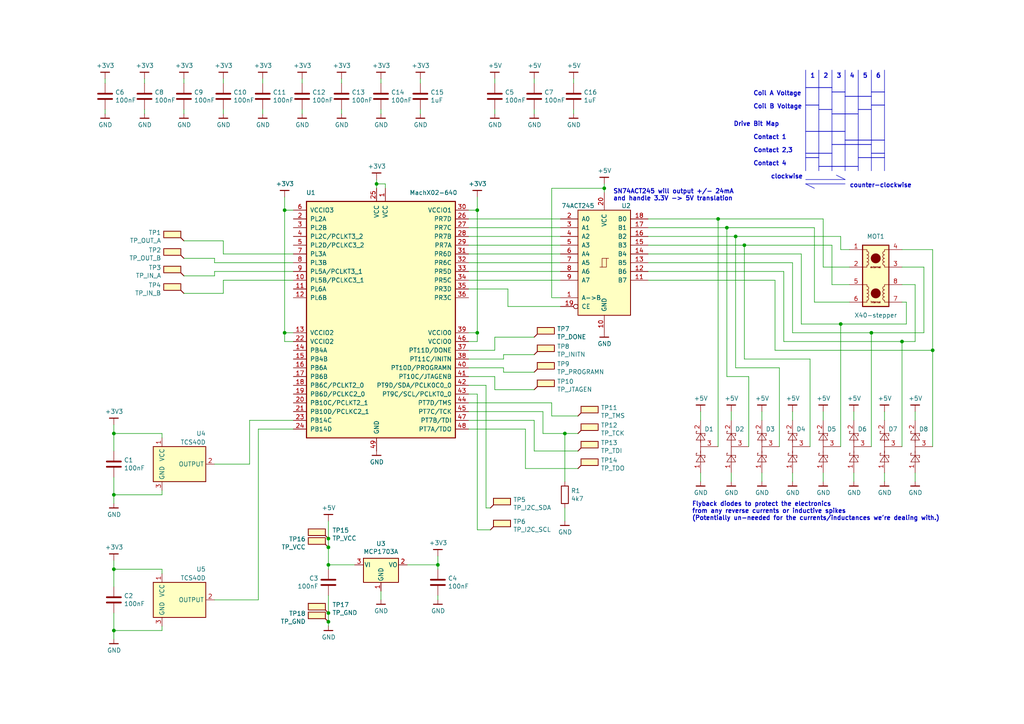
<source format=kicad_sch>
(kicad_sch (version 20230121) (generator eeschema)
  (paper "A4")
  (title_block (title "ClockClock Module") (date "2019-03-23") (rev "r0_1") (company "GsD"))
  (lib_symbols
    (symbol "74xx:74LS245" (pin_names (offset 1.016))
      (property "Reference" "U" (at -7.62 16.51 0))
      (property "Value" "74LS245" (at -7.62 -16.51 0))
      (symbol "74LS245_1_0"
        (pin input line (at -12.7 -10.16 0) (length 5.08) (name "A->B") (number "1"))
        (pin power_in line (at 0 -20.32 90) (length 5.08) (name "GND") (number "10"))
        (pin tri_state line (at 12.7 -5.08 180) (length 5.08) (name "B7") (number "11"))
        (pin tri_state line (at 12.7 -2.54 180) (length 5.08) (name "B6") (number "12"))
        (pin tri_state line (at 12.7 0 180) (length 5.08) (name "B5") (number "13"))
        (pin tri_state line (at 12.7 2.54 180) (length 5.08) (name "B4") (number "14"))
        (pin tri_state line (at 12.7 5.08 180) (length 5.08) (name "B3") (number "15"))
        (pin tri_state line (at 12.7 7.62 180) (length 5.08) (name "B2") (number "16"))
        (pin tri_state line (at 12.7 10.16 180) (length 5.08) (name "B1") (number "17"))
        (pin tri_state line (at 12.7 12.7 180) (length 5.08) (name "B0") (number "18"))
        (pin input inverted (at -12.7 -12.7 0) (length 5.08) (name "CE") (number "19"))
        (pin tri_state line (at -12.7 12.7 0) (length 5.08) (name "A0") (number "2"))
        (pin power_in line (at 0 20.32 270) (length 5.08) (name "VCC") (number "20"))
        (pin tri_state line (at -12.7 10.16 0) (length 5.08) (name "A1") (number "3"))
        (pin tri_state line (at -12.7 7.62 0) (length 5.08) (name "A2") (number "4"))
        (pin tri_state line (at -12.7 5.08 0) (length 5.08) (name "A3") (number "5"))
        (pin tri_state line (at -12.7 2.54 0) (length 5.08) (name "A4") (number "6"))
        (pin tri_state line (at -12.7 0 0) (length 5.08) (name "A5") (number "7"))
        (pin tri_state line (at -12.7 -2.54 0) (length 5.08) (name "A6") (number "8"))
        (pin tri_state line (at -12.7 -5.08 0) (length 5.08) (name "A7") (number "9"))
      )
    )
    (symbol "Connector:TestPoint_Flag" (pin_numbers hide) (pin_names (offset 0.762) hide)
      (property "Reference" "TP" (at 3.429 1.778 0))
      (property "Value" "TestPoint_Flag" (at 3.302 4.191 0))
      (symbol "TestPoint_Flag_1_1"
        (pin passive line (at 0 0 90) (length 0) (name "1") (number "1"))
      )
    )
    (symbol "Device:C" (pin_numbers hide) (pin_names (offset 0.254))
      (property "Reference" "C" (at 0.635 2.54 0))
      (property "Value" "C" (at 0.635 -2.54 0))
      (symbol "C_1_1"
        (pin passive line (at 0 3.81 270) (length 2.794) (name "~") (number "1"))
        (pin passive line (at 0 -3.81 90) (length 2.794) (name "~") (number "2"))
      )
    )
    (symbol "Device:R" (pin_numbers hide) (pin_names (offset 0))
      (property "Reference" "R" (at 2.032 0 90))
      (property "Value" "R" (at 0 0 90))
      (symbol "R_1_1"
        (pin passive line (at 0 3.81 270) (length 1.27) (name "~") (number "1"))
        (pin passive line (at 0 -3.81 90) (length 1.27) (name "~") (number "2"))
      )
    )
    (symbol "Sensor_Magnetic:SM351LT"
      (property "Reference" "U" (at 5.08 8.89 0))
      (property "Value" "SM351LT" (at 2.54 6.35 0))
      (symbol "SM351LT_1_1"
        (pin power_in line (at -5.08 7.62 270) (length 2.54) (name "VCC") (number "1"))
        (pin output line (at 10.16 0 180) (length 2.54) (name "OUTPUT") (number "2"))
        (pin power_in line (at -5.08 -7.62 90) (length 2.54) (name "GND") (number "3"))
      )
    )
    (symbol "single-x40-stepper-rescue:+3V3-gkl_power" (power) (pin_names (offset 0))
      (property "Value" "+3V3-gkl_power" (at 0 3.556 0))
      (symbol "+3V3-gkl_power_1_1"
        (pin power_in line (at 0 0 90) (length 0) hide (name "+3V3") (number "1"))
      )
    )
    (symbol "single-x40-stepper-rescue:+5V-gkl_power" (power) (pin_names (offset 0))
      (property "Value" "+5V-gkl_power" (at 0 3.175 0))
      (symbol "+5V-gkl_power_1_1"
        (pin power_in line (at 0 0 90) (length 0) hide (name "+5V") (number "1"))
      )
    )
    (symbol "single-x40-stepper-rescue:BAT54S-Diode" (pin_names (offset 1.016))
      (property "Reference" "D" (at 0.635 -3.81 0))
      (property "Value" "Diode_BAT54S" (at -6.35 3.175 0))
      (symbol "BAT54S-Diode_1_1"
        (pin passive line (at -7.62 0 0) (length 3.81) (name "~") (number "1"))
        (pin passive line (at 7.62 0 180) (length 3.81) (name "~") (number "2"))
        (pin passive line (at 0 -5.08 90) (length 5.08) (name "~") (number "3"))
      )
    )
    (symbol "single-x40-stepper-rescue:GND-gkl_power" (power) (pin_names (offset 0))
      (property "Value" "GND-gkl_power" (at 0 -2.54 0))
      (symbol "GND-gkl_power_1_1"
        (pin power_in line (at 0 0 270) (length 0) hide (name "GND") (number "1"))
      )
    )
    (symbol "single-x40-stepper-rescue:MCP1703A-1202_SOT23-Regulator_Linear" (pin_names (offset 0.254))
      (property "Reference" "U" (at -3.81 3.175 0))
      (property "Value" "Regulator_Linear_MCP1703A-1202_SOT23" (at 0 3.175 0))
      (symbol "MCP1703A-1202_SOT23-Regulator_Linear_1_1"
        (pin power_in line (at 0 -7.62 90) (length 2.54) (name "GND") (number "1"))
        (pin power_out line (at 7.62 0 180) (length 2.54) (name "VO") (number "2"))
        (pin power_in line (at -7.62 0 0) (length 2.54) (name "VI") (number "3"))
      )
    )
    (symbol "single-x40-stepper-rescue:MachX02-640-gkl_lattice" (pin_names (offset 1.016))
      (property "Reference" "U" (at -20.32 12.7 0))
      (property "Value" "gkl_lattice_MachX02-640" (at 13.97 12.7 0))
      (symbol "MachX02-640-gkl_lattice_1_1"
        (pin power_in line (at 1.27 13.97 270) (length 3.81) (name "VCC") (number "1"))
        (pin bidirectional line (at -25.4 -12.7 0) (length 3.81) (name "PL5B/PCLKC3_1") (number "10"))
        (pin bidirectional line (at -25.4 -15.24 0) (length 3.81) (name "PL6A") (number "11"))
        (pin bidirectional line (at -25.4 -17.78 0) (length 3.81) (name "PL6B") (number "12"))
        (pin power_in line (at -25.4 -27.94 0) (length 3.81) (name "VCCIO2") (number "13"))
        (pin bidirectional line (at -25.4 -33.02 0) (length 3.81) (name "PB4A") (number "14"))
        (pin bidirectional line (at -25.4 -35.56 0) (length 3.81) (name "PB4B") (number "15"))
        (pin bidirectional line (at -25.4 -38.1 0) (length 3.81) (name "PB6A") (number "16"))
        (pin bidirectional line (at -25.4 -40.64 0) (length 3.81) (name "PB6B") (number "17"))
        (pin bidirectional line (at -25.4 -43.18 0) (length 3.81) (name "PB6C/PCLKT2_0") (number "18"))
        (pin bidirectional line (at -25.4 -45.72 0) (length 3.81) (name "PB6D/PCLKC2_0") (number "19"))
        (pin bidirectional line (at -25.4 5.08 0) (length 3.81) (name "PL2A") (number "2"))
        (pin bidirectional line (at -25.4 -48.26 0) (length 3.81) (name "PB10C/PCLKT2_1") (number "20"))
        (pin bidirectional line (at -25.4 -50.8 0) (length 3.81) (name "PB10D/PCLKC2_1") (number "21"))
        (pin power_in line (at -25.4 -30.48 0) (length 3.81) (name "VCCIO2") (number "22"))
        (pin bidirectional line (at -25.4 -53.34 0) (length 3.81) (name "PB14C") (number "23"))
        (pin bidirectional line (at -25.4 -55.88 0) (length 3.81) (name "PB14D") (number "24"))
        (pin power_in line (at -1.27 13.97 270) (length 3.81) (name "VCC") (number "25"))
        (pin bidirectional line (at 25.4 5.08 180) (length 3.81) (name "PR7D") (number "26"))
        (pin bidirectional line (at 25.4 2.54 180) (length 3.81) (name "PR7C") (number "27"))
        (pin bidirectional line (at 25.4 0 180) (length 3.81) (name "PR7B") (number "28"))
        (pin bidirectional line (at 25.4 -2.54 180) (length 3.81) (name "PR7A") (number "29"))
        (pin bidirectional line (at -25.4 2.54 0) (length 3.81) (name "PL2B") (number "3"))
        (pin power_in line (at 25.4 7.62 180) (length 3.81) (name "VCCIO1") (number "30"))
        (pin bidirectional line (at 25.4 -5.08 180) (length 3.81) (name "PR6D") (number "31"))
        (pin bidirectional line (at 25.4 -7.62 180) (length 3.81) (name "PR6C") (number "32"))
        (pin bidirectional line (at 25.4 -10.16 180) (length 3.81) (name "PR5D") (number "33"))
        (pin bidirectional line (at 25.4 -12.7 180) (length 3.81) (name "PR5C") (number "34"))
        (pin bidirectional line (at 25.4 -15.24 180) (length 3.81) (name "PR3D") (number "35"))
        (pin bidirectional line (at 25.4 -17.78 180) (length 3.81) (name "PR3C") (number "36"))
        (pin bidirectional line (at 25.4 -33.02 180) (length 3.81) (name "PT11D/DONE") (number "37"))
        (pin bidirectional line (at 25.4 -35.56 180) (length 3.81) (name "PT11C/INITN") (number "38"))
        (pin power_in line (at 25.4 -27.94 180) (length 3.81) (name "VCCIO0") (number "39"))
        (pin bidirectional line (at -25.4 0 0) (length 3.81) (name "PL2C/PCLKT3_2") (number "4"))
        (pin bidirectional line (at 25.4 -38.1 180) (length 3.81) (name "PT10D/PROGRAMN") (number "40"))
        (pin bidirectional line (at 25.4 -40.64 180) (length 3.81) (name "PT10C/JTAGENB") (number "41"))
        (pin bidirectional line (at 25.4 -43.18 180) (length 3.81) (name "PT9D/SDA/PCLK0C0_0") (number "42"))
        (pin bidirectional line (at 25.4 -45.72 180) (length 3.81) (name "PT9C/SCL/PCLKT0_0") (number "43"))
        (pin bidirectional line (at 25.4 -48.26 180) (length 3.81) (name "PT7D/TMS") (number "44"))
        (pin bidirectional line (at 25.4 -50.8 180) (length 3.81) (name "PT7C/TCK") (number "45"))
        (pin power_in line (at 25.4 -30.48 180) (length 3.81) (name "VCCIO0") (number "46"))
        (pin bidirectional line (at 25.4 -53.34 180) (length 3.81) (name "PT7B/TDI") (number "47"))
        (pin bidirectional line (at 25.4 -55.88 180) (length 3.81) (name "PT7A/TDO") (number "48"))
        (pin power_in line (at -1.27 -62.23 90) (length 3.81) (name "GND") (number "49"))
        (pin bidirectional line (at -25.4 -2.54 0) (length 3.81) (name "PL2D/PCLKC3_2") (number "5"))
        (pin power_in line (at -25.4 7.62 0) (length 3.81) (name "VCCIO3") (number "6"))
        (pin bidirectional line (at -25.4 -5.08 0) (length 3.81) (name "PL3A") (number "7"))
        (pin bidirectional line (at -25.4 -7.62 0) (length 3.81) (name "PL3B") (number "8"))
        (pin bidirectional line (at -25.4 -10.16 0) (length 3.81) (name "PL5A/PCLKT3_1") (number "9"))
      )
    )
    (symbol "single-x40-stepper-rescue:X40-stepper-gkl_misc" (pin_names (offset 1.016))
      (property "Reference" "U" (at 0 17.78 0))
      (property "Value" "gkl_misc_X40-stepper" (at 0 17.78 0))
      (symbol "X40-stepper-gkl_misc_0_0"
        (text "external" (at 0 -2.54 0) (effects (font (size 0.508 0.508))))
        (text "internal" (at 0 -12.7 0) (effects (font (size 0.508 0.508))))
      )
      (symbol "X40-stepper-gkl_misc_1_1"
        (pin passive line (at -7.62 2.54 0) (length 3.81) (name "~") (number "1"))
        (pin passive line (at -7.62 -2.54 0) (length 3.81) (name "~") (number "2"))
        (pin passive line (at 7.62 -2.54 180) (length 3.81) (name "~") (number "3"))
        (pin passive line (at 7.62 2.54 180) (length 3.81) (name "~") (number "4"))
        (pin passive line (at -7.62 -7.62 0) (length 3.81) (name "~") (number "5"))
        (pin passive line (at -7.62 -12.7 0) (length 3.81) (name "~") (number "6"))
        (pin passive line (at 7.62 -12.7 180) (length 3.81) (name "~") (number "7"))
        (pin passive line (at 7.62 -7.62 180) (length 3.81) (name "~") (number "8"))
      )
    )
  )
  (junction (at 33.02 165.1))
  (junction (at 95.25 180.34))
  (junction (at 95.25 163.83))
  (junction (at 109.22 53.34))
  (junction (at 243.84 93.98))
  (junction (at 33.02 125.73))
  (junction (at 138.43 60.96))
  (junction (at 95.25 158.75))
  (junction (at 163.83 125.73))
  (junction (at 261.62 99.06))
  (junction (at 208.28 63.5))
  (junction (at 138.43 96.52))
  (junction (at 95.25 177.8))
  (junction (at 33.02 143.51))
  (junction (at 210.82 66.04))
  (junction (at 215.9 71.12))
  (junction (at 127 163.83))
  (junction (at 270.51 101.6))
  (junction (at 82.55 96.52))
  (junction (at 175.26 54.61))
  (junction (at 33.02 182.88))
  (junction (at 252.73 96.52))
  (junction (at 95.25 156.21))
  (junction (at 82.55 60.96))
  (junction (at 213.36 68.58))
  (wire (pts (xy 212.09 121.92) (xy 212.09 119.38)))
  (wire (pts (xy 229.87 137.16) (xy 229.87 139.7)))
  (wire (pts (xy 160.02 120.65) (xy 167.64 120.65)))
  (wire (pts (xy 162.56 76.2) (xy 135.89 76.2)))
  (wire (pts (xy 261.62 99.06) (xy 261.62 129.54)))
  (wire (pts (xy 243.84 93.98) (xy 243.84 129.54)))
  (polyline (pts (xy 233.68 20.32) (xy 233.68 49.53)))
  (wire (pts (xy 142.24 153.67) (xy 138.43 153.67)))
  (wire (pts (xy 64.77 31.75) (xy 64.77 33.02)))
  (polyline (pts (xy 237.49 48.26) (xy 248.92 48.26)) (stroke (width 0.2032) (type solid)))
  (wire (pts (xy 154.94 22.86) (xy 154.94 24.13)))
  (wire (pts (xy 85.09 78.74) (xy 62.23 78.74)))
  (wire (pts (xy 252.73 96.52) (xy 252.73 129.54)))
  (wire (pts (xy 246.38 87.63) (xy 236.22 87.63)))
  (wire (pts (xy 95.25 156.21) (xy 95.25 151.13)))
  (wire (pts (xy 46.99 181.61) (xy 46.99 182.88)))
  (polyline (pts (xy 252.73 44.45) (xy 256.54 44.45)) (stroke (width 0.2032) (type solid)))
  (wire (pts (xy 175.26 54.61) (xy 175.26 53.34)))
  (polyline (pts (xy 241.3 20.32) (xy 241.3 49.53)))
  (wire (pts (xy 118.11 163.83) (xy 127 163.83)))
  (wire (pts (xy 265.43 121.92) (xy 265.43 119.38)))
  (wire (pts (xy 261.62 99.06) (xy 265.43 99.06)))
  (wire (pts (xy 160.02 54.61) (xy 175.26 54.61)))
  (wire (pts (xy 110.49 171.45) (xy 110.49 173.99)))
  (wire (pts (xy 226.06 106.68) (xy 226.06 129.54)))
  (wire (pts (xy 162.56 86.36) (xy 160.02 86.36)))
  (wire (pts (xy 187.96 78.74) (xy 227.33 78.74)))
  (polyline (pts (xy 233.68 30.48) (xy 237.49 30.48)) (stroke (width 0.2032) (type solid)))
  (wire (pts (xy 135.89 104.14) (xy 146.05 104.14)))
  (wire (pts (xy 99.06 31.75) (xy 99.06 33.02)))
  (wire (pts (xy 234.95 104.14) (xy 215.9 104.14)))
  (wire (pts (xy 166.37 22.86) (xy 166.37 24.13)))
  (wire (pts (xy 227.33 99.06) (xy 261.62 99.06)))
  (wire (pts (xy 111.76 53.34) (xy 109.22 53.34)))
  (wire (pts (xy 135.89 119.38) (xy 157.48 119.38)))
  (wire (pts (xy 33.02 146.05) (xy 33.02 143.51)))
  (wire (pts (xy 236.22 66.04) (xy 210.82 66.04)))
  (wire (pts (xy 232.41 93.98) (xy 243.84 93.98)))
  (wire (pts (xy 252.73 96.52) (xy 267.97 96.52)))
  (wire (pts (xy 265.43 137.16) (xy 265.43 139.7)))
  (wire (pts (xy 208.28 63.5) (xy 238.76 63.5)))
  (wire (pts (xy 187.96 71.12) (xy 215.9 71.12)))
  (wire (pts (xy 267.97 77.47) (xy 261.62 77.47)))
  (wire (pts (xy 33.02 185.42) (xy 33.02 182.88)))
  (wire (pts (xy 154.94 121.92) (xy 154.94 130.81)))
  (wire (pts (xy 74.93 173.99) (xy 74.93 124.46)))
  (wire (pts (xy 256.54 121.92) (xy 256.54 119.38)))
  (wire (pts (xy 41.91 22.86) (xy 41.91 24.13)))
  (wire (pts (xy 217.17 109.22) (xy 210.82 109.22)))
  (wire (pts (xy 62.23 78.74) (xy 62.23 80.01)))
  (wire (pts (xy 208.28 63.5) (xy 208.28 129.54)))
  (wire (pts (xy 135.89 124.46) (xy 152.4 124.46)))
  (wire (pts (xy 72.39 134.62) (xy 72.39 121.92)))
  (wire (pts (xy 238.76 137.16) (xy 238.76 139.7)))
  (wire (pts (xy 157.48 119.38) (xy 157.48 125.73)))
  (wire (pts (xy 46.99 143.51) (xy 33.02 143.51)))
  (wire (pts (xy 143.51 97.79) (xy 154.94 97.79)))
  (wire (pts (xy 53.34 22.86) (xy 53.34 24.13)))
  (wire (pts (xy 210.82 109.22) (xy 210.82 66.04)))
  (wire (pts (xy 146.05 102.87) (xy 154.94 102.87)))
  (wire (pts (xy 262.89 93.98) (xy 262.89 87.63)))
  (polyline (pts (xy 233.68 45.72) (xy 237.49 45.72)) (stroke (width 0.2032) (type solid)))
  (wire (pts (xy 154.94 130.81) (xy 167.64 130.81)))
  (wire (pts (xy 33.02 165.1) (xy 33.02 162.56)))
  (wire (pts (xy 160.02 54.61) (xy 160.02 86.36)))
  (wire (pts (xy 62.23 76.2) (xy 62.23 74.93)))
  (wire (pts (xy 46.99 182.88) (xy 33.02 182.88)))
  (wire (pts (xy 53.34 85.09) (xy 64.77 85.09)))
  (wire (pts (xy 243.84 93.98) (xy 262.89 93.98)))
  (wire (pts (xy 109.22 53.34) (xy 109.22 52.07)))
  (wire (pts (xy 121.92 31.75) (xy 121.92 33.02)))
  (wire (pts (xy 143.51 101.6) (xy 143.51 97.79)))
  (polyline (pts (xy 241.3 26.67) (xy 245.11 26.67)) (stroke (width 0.2032) (type solid)))
  (wire (pts (xy 30.48 31.75) (xy 30.48 33.02)))
  (wire (pts (xy 82.55 96.52) (xy 85.09 96.52)))
  (wire (pts (xy 82.55 60.96) (xy 82.55 57.15)))
  (wire (pts (xy 265.43 99.06) (xy 265.43 82.55)))
  (wire (pts (xy 212.09 137.16) (xy 212.09 139.7)))
  (wire (pts (xy 127 165.1) (xy 127 163.83)))
  (wire (pts (xy 187.96 73.66) (xy 232.41 73.66)))
  (wire (pts (xy 95.25 158.75) (xy 95.25 156.21)))
  (wire (pts (xy 135.89 121.92) (xy 154.94 121.92)))
  (wire (pts (xy 95.25 172.72) (xy 95.25 177.8)))
  (wire (pts (xy 146.05 106.68) (xy 146.05 107.95)))
  (wire (pts (xy 224.79 101.6) (xy 224.79 81.28)))
  (polyline (pts (xy 248.92 31.75) (xy 252.73 31.75)) (stroke (width 0.2032) (type solid)))
  (wire (pts (xy 140.97 111.76) (xy 140.97 147.32)))
  (wire (pts (xy 187.96 76.2) (xy 229.87 76.2)))
  (wire (pts (xy 143.51 109.22) (xy 135.89 109.22)))
  (wire (pts (xy 210.82 66.04) (xy 187.96 66.04)))
  (wire (pts (xy 229.87 121.92) (xy 229.87 119.38)))
  (wire (pts (xy 64.77 81.28) (xy 85.09 81.28)))
  (wire (pts (xy 187.96 68.58) (xy 213.36 68.58)))
  (wire (pts (xy 220.98 137.16) (xy 220.98 139.7)))
  (wire (pts (xy 143.51 22.86) (xy 143.51 24.13)))
  (wire (pts (xy 241.3 82.55) (xy 246.38 82.55)))
  (wire (pts (xy 135.89 60.96) (xy 138.43 60.96)))
  (wire (pts (xy 154.94 31.75) (xy 154.94 33.02)))
  (wire (pts (xy 138.43 96.52) (xy 138.43 60.96)))
  (wire (pts (xy 241.3 71.12) (xy 241.3 82.55)))
  (wire (pts (xy 238.76 121.92) (xy 238.76 119.38)))
  (wire (pts (xy 270.51 101.6) (xy 270.51 129.54)))
  (wire (pts (xy 163.83 125.73) (xy 167.64 125.73)))
  (polyline (pts (xy 233.68 44.45) (xy 241.3 44.45)) (stroke (width 0.2032) (type solid)))
  (wire (pts (xy 135.89 99.06) (xy 138.43 99.06)))
  (wire (pts (xy 140.97 147.32) (xy 142.24 147.32)))
  (wire (pts (xy 234.95 104.14) (xy 234.95 129.54)))
  (wire (pts (xy 256.54 137.16) (xy 256.54 139.7)))
  (polyline (pts (xy 248.92 20.32) (xy 248.92 49.53)))
  (polyline (pts (xy 252.73 20.32) (xy 252.73 49.53)))
  (polyline (pts (xy 233.68 52.07) (xy 245.11 52.07)) (stroke (width 0) (type solid)))
  (polyline (pts (xy 233.68 38.1) (xy 245.11 38.1)) (stroke (width 0.2032) (type solid)))
  (polyline (pts (xy 252.73 30.48) (xy 256.54 30.48)) (stroke (width 0.2032) (type solid)))
  (wire (pts (xy 46.99 125.73) (xy 33.02 125.73)))
  (wire (pts (xy 267.97 96.52) (xy 267.97 77.47)))
  (wire (pts (xy 74.93 124.46) (xy 85.09 124.46)))
  (wire (pts (xy 72.39 121.92) (xy 85.09 121.92)))
  (wire (pts (xy 62.23 80.01) (xy 53.34 80.01)))
  (wire (pts (xy 229.87 96.52) (xy 252.73 96.52)))
  (wire (pts (xy 85.09 73.66) (xy 64.77 73.66)))
  (wire (pts (xy 238.76 77.47) (xy 246.38 77.47)))
  (wire (pts (xy 33.02 165.1) (xy 33.02 170.18)))
  (wire (pts (xy 163.83 139.7) (xy 163.83 125.73)))
  (wire (pts (xy 135.89 101.6) (xy 143.51 101.6)))
  (wire (pts (xy 46.99 127) (xy 46.99 125.73)))
  (wire (pts (xy 157.48 125.73) (xy 163.83 125.73)))
  (wire (pts (xy 238.76 63.5) (xy 238.76 77.47)))
  (wire (pts (xy 265.43 82.55) (xy 261.62 82.55)))
  (wire (pts (xy 227.33 78.74) (xy 227.33 99.06)))
  (wire (pts (xy 64.77 73.66) (xy 64.77 69.85)))
  (wire (pts (xy 30.48 22.86) (xy 30.48 24.13)))
  (wire (pts (xy 226.06 106.68) (xy 213.36 106.68)))
  (wire (pts (xy 95.25 165.1) (xy 95.25 163.83)))
  (wire (pts (xy 203.2 121.92) (xy 203.2 119.38)))
  (wire (pts (xy 95.25 177.8) (xy 95.25 180.34)))
  (wire (pts (xy 162.56 68.58) (xy 135.89 68.58)))
  (wire (pts (xy 135.89 106.68) (xy 146.05 106.68)))
  (wire (pts (xy 138.43 153.67) (xy 138.43 114.3)))
  (wire (pts (xy 160.02 116.84) (xy 160.02 120.65)))
  (wire (pts (xy 85.09 76.2) (xy 62.23 76.2)))
  (polyline (pts (xy 236.22 54.61) (xy 233.68 53.34)) (stroke (width 0) (type solid)))
  (wire (pts (xy 82.55 99.06) (xy 82.55 96.52)))
  (wire (pts (xy 147.32 83.82) (xy 147.32 88.9)))
  (wire (pts (xy 33.02 182.88) (xy 33.02 177.8)))
  (wire (pts (xy 110.49 22.86) (xy 110.49 24.13)))
  (wire (pts (xy 162.56 66.04) (xy 135.89 66.04)))
  (wire (pts (xy 46.99 142.24) (xy 46.99 143.51)))
  (polyline (pts (xy 242.57 50.8) (xy 245.11 52.07)) (stroke (width 0) (type solid)))
  (polyline (pts (xy 256.54 20.32) (xy 256.54 49.53)))
  (wire (pts (xy 243.84 72.39) (xy 246.38 72.39)))
  (wire (pts (xy 76.2 22.86) (xy 76.2 24.13)))
  (wire (pts (xy 41.91 31.75) (xy 41.91 33.02)))
  (polyline (pts (xy 237.49 31.75) (xy 241.3 31.75)) (stroke (width 0.2032) (type solid)))
  (polyline (pts (xy 245.11 40.64) (xy 256.54 40.64)) (stroke (width 0.2032) (type solid)))
  (wire (pts (xy 85.09 60.96) (xy 82.55 60.96)))
  (wire (pts (xy 121.92 22.86) (xy 121.92 24.13)))
  (polyline (pts (xy 245.11 27.94) (xy 252.73 27.94)) (stroke (width 0.2032) (type solid)))
  (polyline (pts (xy 248.92 45.72) (xy 256.54 45.72)) (stroke (width 0.2032) (type solid)))
  (wire (pts (xy 87.63 22.86) (xy 87.63 24.13)))
  (wire (pts (xy 76.2 31.75) (xy 76.2 33.02)))
  (wire (pts (xy 247.65 121.92) (xy 247.65 119.38)))
  (wire (pts (xy 135.89 116.84) (xy 160.02 116.84)))
  (wire (pts (xy 64.77 22.86) (xy 64.77 24.13)))
  (wire (pts (xy 152.4 124.46) (xy 152.4 135.89)))
  (wire (pts (xy 162.56 81.28) (xy 135.89 81.28)))
  (wire (pts (xy 33.02 125.73) (xy 33.02 123.19)))
  (polyline (pts (xy 233.68 25.4) (xy 241.3 25.4)) (stroke (width 0.2032) (type solid)))
  (wire (pts (xy 270.51 72.39) (xy 270.51 101.6)))
  (wire (pts (xy 64.77 85.09) (xy 64.77 81.28)))
  (wire (pts (xy 46.99 165.1) (xy 33.02 165.1)))
  (wire (pts (xy 187.96 63.5) (xy 208.28 63.5)))
  (wire (pts (xy 33.02 143.51) (xy 33.02 138.43)))
  (wire (pts (xy 213.36 68.58) (xy 243.84 68.58)))
  (polyline (pts (xy 241.3 33.02) (xy 248.92 33.02)) (stroke (width 0.2032) (type solid)))
  (polyline (pts (xy 252.73 26.67) (xy 256.54 26.67)) (stroke (width 0.2032) (type solid)))
  (wire (pts (xy 135.89 111.76) (xy 140.97 111.76)))
  (wire (pts (xy 229.87 76.2) (xy 229.87 96.52)))
  (wire (pts (xy 109.22 53.34) (xy 109.22 54.61)))
  (wire (pts (xy 224.79 81.28) (xy 187.96 81.28)))
  (wire (pts (xy 62.23 173.99) (xy 74.93 173.99)))
  (wire (pts (xy 152.4 135.89) (xy 167.64 135.89)))
  (wire (pts (xy 270.51 101.6) (xy 224.79 101.6)))
  (wire (pts (xy 138.43 99.06) (xy 138.43 96.52)))
  (wire (pts (xy 99.06 22.86) (xy 99.06 24.13)))
  (wire (pts (xy 135.89 96.52) (xy 138.43 96.52)))
  (wire (pts (xy 220.98 121.92) (xy 220.98 119.38)))
  (wire (pts (xy 163.83 147.32) (xy 163.83 151.13)))
  (wire (pts (xy 87.63 31.75) (xy 87.63 33.02)))
  (wire (pts (xy 138.43 60.96) (xy 138.43 57.15)))
  (wire (pts (xy 162.56 71.12) (xy 135.89 71.12)))
  (wire (pts (xy 85.09 99.06) (xy 82.55 99.06)))
  (wire (pts (xy 127 163.83) (xy 127 161.29)))
  (wire (pts (xy 243.84 68.58) (xy 243.84 72.39)))
  (wire (pts (xy 33.02 125.73) (xy 33.02 130.81)))
  (wire (pts (xy 53.34 31.75) (xy 53.34 33.02)))
  (polyline (pts (xy 245.11 20.32) (xy 245.11 49.53)))
  (wire (pts (xy 95.25 163.83) (xy 95.25 158.75)))
  (wire (pts (xy 236.22 87.63) (xy 236.22 66.04)))
  (wire (pts (xy 143.51 31.75) (xy 143.51 33.02)))
  (wire (pts (xy 127 172.72) (xy 127 173.99)))
  (wire (pts (xy 138.43 114.3) (xy 135.89 114.3)))
  (polyline (pts (xy 237.49 20.32) (xy 237.49 49.53)))
  (polyline (pts (xy 241.3 41.91) (xy 252.73 41.91)) (stroke (width 0.2032) (type solid)))
  (wire (pts (xy 135.89 63.5) (xy 162.56 63.5)))
  (wire (pts (xy 135.89 83.82) (xy 147.32 83.82)))
  (wire (pts (xy 154.94 113.03) (xy 143.51 113.03)))
  (wire (pts (xy 143.51 113.03) (xy 143.51 109.22)))
  (wire (pts (xy 270.51 72.39) (xy 261.62 72.39)))
  (wire (pts (xy 62.23 134.62) (xy 72.39 134.62)))
  (wire (pts (xy 62.23 74.93) (xy 53.34 74.93)))
  (wire (pts (xy 217.17 109.22) (xy 217.17 129.54)))
  (wire (pts (xy 147.32 88.9) (xy 162.56 88.9)))
  (wire (pts (xy 82.55 60.96) (xy 82.55 96.52)))
  (wire (pts (xy 162.56 78.74) (xy 135.89 78.74)))
  (wire (pts (xy 213.36 106.68) (xy 213.36 68.58)))
  (wire (pts (xy 146.05 107.95) (xy 154.94 107.95)))
  (wire (pts (xy 215.9 71.12) (xy 241.3 71.12)))
  (wire (pts (xy 162.56 73.66) (xy 135.89 73.66)))
  (wire (pts (xy 247.65 137.16) (xy 247.65 139.7)))
  (wire (pts (xy 232.41 73.66) (xy 232.41 93.98)))
  (wire (pts (xy 262.89 87.63) (xy 261.62 87.63)))
  (wire (pts (xy 95.25 180.34) (xy 95.25 181.61)))
  (wire (pts (xy 110.49 31.75) (xy 110.49 33.02)))
  (wire (pts (xy 203.2 137.16) (xy 203.2 139.7)))
  (wire (pts (xy 175.26 55.88) (xy 175.26 54.61)))
  (wire (pts (xy 102.87 163.83) (xy 95.25 163.83)))
  (polyline (pts (xy 245.11 53.34) (xy 233.68 53.34)) (stroke (width 0) (type solid)))
  (wire (pts (xy 111.76 54.61) (xy 111.76 53.34)))
  (wire (pts (xy 146.05 104.14) (xy 146.05 102.87)))
  (wire (pts (xy 215.9 104.14) (xy 215.9 71.12)))
  (wire (pts (xy 46.99 166.37) (xy 46.99 165.1)))
  (wire (pts (xy 166.37 31.75) (xy 166.37 33.02)))
  (wire (pts (xy 64.77 69.85) (xy 53.34 69.85)))
  (text "Contact 4" (at 218.44 48.26 0) (effects (font (size 1.27 1.27) (thickness 0.254) bold) (justify left bottom)))
  (text "3" (at 242.57 22.86 0) (effects (font (size 1.27 1.27) (thickness 0.254) bold) (justify left bottom)))
  (text "1" (at 234.95 22.86 0) (effects (font (size 1.27 1.27) (thickness 0.254) bold) (justify left bottom)))
  (text "counter-clockwise" (at 246.38 54.61 0) (effects (font (size 1.27 1.27) (thickness 0.254) bold) (justify left bottom)))
  (text "2" (at 238.76 22.86 0) (effects (font (size 1.27 1.27) (thickness 0.254) bold) (justify left bottom)))
  (text "5" (at 250.19 22.86 0) (effects (font (size 1.27 1.27) (thickness 0.254) bold) (justify left bottom)))
  (text "SN74ACT245 will output +/- 24mA \nand handle 3.3V -> 5V translation" (at 177.8 58.42 0) (effects (font (size 1.27 1.27) (thickness 0.254) bold) (justify left bottom)))
  (text "Contact 2,3" (at 218.44 44.45 0) (effects (font (size 1.27 1.27) (thickness 0.254) bold) (justify left bottom)))
  (text "Contact 1" (at 218.44 40.64 0) (effects (font (size 1.27 1.27) (thickness 0.254) bold) (justify left bottom)))
  (text "clockwise\n" (at 223.52 52.07 0) (effects (font (size 1.27 1.27) (thickness 0.254) bold) (justify left bottom)))
  (text "Flyback diodes to protect the electronics \nfrom any reverse currents or inductive spikes\n(Potentially un-needed for the currents/inductances we're dealing with.)" (at 200.66 151.13 0) (effects (font (size 1.27 1.27) (thickness 0.254) bold) (justify left bottom)))
  (text "4" (at 246.38 22.86 0) (effects (font (size 1.27 1.27) (thickness 0.254) bold) (justify left bottom)))
  (text "Drive Bit Map" (at 226.06 36.83 0) (effects (font (size 1.27 1.27) (thickness 0.254) bold) (justify right bottom)))
  (text "6" (at 254 22.86 0) (effects (font (size 1.27 1.27) (thickness 0.254) bold) (justify left bottom)))
  (text "Coil B Voltage\n" (at 218.44 31.75 0) (effects (font (size 1.27 1.27) (thickness 0.254) bold) (justify left bottom)))
  (text "Coil A Voltage" (at 218.44 27.94 0) (effects (font (size 1.27 1.27) (thickness 0.254) bold) (justify left bottom)))
  (symbol (lib_id "single-x40-stepper-rescue:MachX02-640-gkl_lattice") (at 110.49 68.58 0) (unit 1)
    (property "Reference" "U1" (at 90.17 55.88 0))
    (property "Value" "MachX02-640" (at 125.73 55.88 0))
    (property "Footprint" "Package_DFN_QFN:QFN-48-1EP_7x7mm_P0.5mm_EP5.6x5.6mm" (effects hide))
    (property "Mfg" "Lattice Semiconductor Corporation" (effects hide))
    (property "PN" "LCMXO2-640HC-4SG48C" (effects hide))
  )
  (symbol (lib_id "74xx:74LS245") (at 175.26 76.2 0) (unit 1)
    (property "Reference" "U2" (at 181.61 59.69 0))
    (property "Value" "74ACT245" (at 167.64 59.69 0))
    (property "Footprint" "Package_SO:TSSOP-20_4.4x6.5mm_P0.65mm" (effects hide))
    (property "Datasheet" "http://www.ti.com/lit/gpn/sn74LS245" (effects hide))
    (property "Mfg" "Texas Instruments" (effects hide))
    (property "PN" "SN74ACT245PWR" (effects hide))
  )
  (symbol (lib_id "single-x40-stepper-rescue:X40-stepper-gkl_misc") (at 254 74.93 0) (unit 1)
    (property "Reference" "MOT1" (at 254 68.58 0))
    (property "Value" "X40-stepper" (at 254 91.44 0))
    (property "Footprint" "gkl_misc:X40-stepper" (effects hide))
  )
  (symbol (lib_id "single-x40-stepper-rescue:GND-gkl_power") (at 175.26 96.52 0) (unit 1)
    (property "Reference" "#PWR0101" (effects hide))
    (property "Value" "GND" (at 175.3362 99.7204 0))
  )
  (symbol (lib_id "single-x40-stepper-rescue:+5V-gkl_power") (at 175.26 53.34 0) (unit 1)
    (property "Reference" "#PWR0102" (effects hide))
    (property "Value" "+5V" (at 175.3362 49.5046 0))
  )
  (symbol (lib_id "single-x40-stepper-rescue:+3V3-gkl_power") (at 109.22 52.07 0) (unit 1)
    (property "Reference" "#PWR0103" (effects hide))
    (property "Value" "+3V3" (at 109.2962 48.2346 0))
  )
  (symbol (lib_id "single-x40-stepper-rescue:+3V3-gkl_power") (at 138.43 57.15 0) (unit 1)
    (property "Reference" "#PWR0104" (effects hide))
    (property "Value" "+3V3" (at 138.5062 53.3146 0))
  )
  (symbol (lib_id "single-x40-stepper-rescue:+3V3-gkl_power") (at 82.55 57.15 0) (unit 1)
    (property "Reference" "#PWR0105" (effects hide))
    (property "Value" "+3V3" (at 82.6262 53.3146 0))
  )
  (symbol (lib_id "Connector:TestPoint_Flag") (at 167.64 120.65 0) (unit 1)
    (property "Reference" "TP11" (at 174.244 118.2624 0) (effects (justify left)))
    (property "Value" "TP_TMS" (at 174.244 120.5738 0) (effects (justify left)))
    (property "Footprint" "TestPoint:TestPoint_Pad_D1.0mm" (effects hide))
  )
  (symbol (lib_id "Connector:TestPoint_Flag") (at 167.64 125.73 0) (unit 1)
    (property "Reference" "TP12" (at 174.244 123.3424 0) (effects (justify left)))
    (property "Value" "TP_TCK" (at 174.244 125.6538 0) (effects (justify left)))
    (property "Footprint" "TestPoint:TestPoint_Pad_D1.0mm" (effects hide))
  )
  (symbol (lib_id "Connector:TestPoint_Flag") (at 167.64 130.81 0) (unit 1)
    (property "Reference" "TP13" (at 174.244 128.4224 0) (effects (justify left)))
    (property "Value" "TP_TDI" (at 174.244 130.7338 0) (effects (justify left)))
    (property "Footprint" "TestPoint:TestPoint_Pad_D1.0mm" (effects hide))
  )
  (symbol (lib_id "Connector:TestPoint_Flag") (at 167.64 135.89 0) (unit 1)
    (property "Reference" "TP14" (at 174.244 133.5024 0) (effects (justify left)))
    (property "Value" "TP_TDO" (at 174.244 135.8138 0) (effects (justify left)))
    (property "Footprint" "TestPoint:TestPoint_Pad_D1.0mm" (effects hide))
  )
  (symbol (lib_id "Connector:TestPoint_Flag") (at 154.94 97.79 0) (unit 1)
    (property "Reference" "TP7" (at 161.544 95.4024 0) (effects (justify left)))
    (property "Value" "TP_DONE" (at 161.544 97.7138 0) (effects (justify left)))
    (property "Footprint" "TestPoint:TestPoint_Pad_D1.0mm" (effects hide))
  )
  (symbol (lib_id "Connector:TestPoint_Flag") (at 154.94 102.87 0) (unit 1)
    (property "Reference" "TP8" (at 161.544 100.4824 0) (effects (justify left)))
    (property "Value" "TP_INITN" (at 161.544 102.7938 0) (effects (justify left)))
    (property "Footprint" "TestPoint:TestPoint_Pad_D1.0mm" (effects hide))
  )
  (symbol (lib_id "Connector:TestPoint_Flag") (at 154.94 107.95 0) (unit 1)
    (property "Reference" "TP9" (at 161.544 105.5624 0) (effects (justify left)))
    (property "Value" "TP_PROGRAMN" (at 161.544 107.8738 0) (effects (justify left)))
    (property "Footprint" "TestPoint:TestPoint_Pad_D1.0mm" (effects hide))
  )
  (symbol (lib_id "Connector:TestPoint_Flag") (at 154.94 113.03 0) (unit 1)
    (property "Reference" "TP10" (at 161.544 110.6424 0) (effects (justify left)))
    (property "Value" "TP_JTAGEN" (at 161.544 112.9538 0) (effects (justify left)))
    (property "Footprint" "TestPoint:TestPoint_Pad_D1.0mm" (effects hide))
  )
  (symbol (lib_id "single-x40-stepper-rescue:+3V3-gkl_power") (at 121.92 22.86 0) (unit 1)
    (property "Reference" "#PWR0152" (effects hide))
    (property "Value" "+3V3" (at 121.9962 19.0246 0))
  )
  (symbol (lib_id "Device:C") (at 121.92 27.94 0) (unit 1)
    (property "Reference" "C15" (at 124.841 26.7716 0) (effects (justify left)))
    (property "Value" "1uF" (at 124.841 29.083 0) (effects (justify left)))
    (property "Footprint" "pkl_dipol:C_0603" (effects hide))
    (property "Mfg" "Samsung Electro-Mechanics" (effects hide))
    (property "PN" "CL10A106MP8NNNC" (effects hide))
  )
  (symbol (lib_id "single-x40-stepper-rescue:GND-gkl_power") (at 121.92 33.02 0) (unit 1)
    (property "Reference" "#PWR0153" (effects hide))
    (property "Value" "GND" (at 121.9962 36.2204 0))
  )
  (symbol (lib_id "single-x40-stepper-rescue:GND-gkl_power") (at 166.37 33.02 0) (unit 1)
    (property "Reference" "#PWR0154" (effects hide))
    (property "Value" "GND" (at 166.4462 36.2204 0))
  )
  (symbol (lib_id "single-x40-stepper-rescue:+5V-gkl_power") (at 166.37 22.86 0) (unit 1)
    (property "Reference" "#PWR0155" (effects hide))
    (property "Value" "+5V" (at 166.4462 19.0246 0))
  )
  (symbol (lib_id "Connector:TestPoint_Flag") (at 142.24 147.32 0) (unit 1)
    (property "Reference" "TP5" (at 148.844 144.9324 0) (effects (justify left)))
    (property "Value" "TP_I2C_SDA" (at 148.844 147.2438 0) (effects (justify left)))
    (property "Footprint" "TestPoint:TestPoint_Pad_D1.0mm" (effects hide))
  )
  (symbol (lib_id "Connector:TestPoint_Flag") (at 142.24 153.67 0) (unit 1)
    (property "Reference" "TP6" (at 148.844 151.2824 0) (effects (justify left)))
    (property "Value" "TP_I2C_SCL" (at 148.844 153.5938 0) (effects (justify left)))
    (property "Footprint" "TestPoint:TestPoint_Pad_D1.0mm" (effects hide))
  )
  (symbol (lib_id "Sensor_Magnetic:SM351LT") (at 52.07 134.62 0) (unit 1)
    (property "Reference" "U4" (at 59.69 125.73 0) (effects (justify right)))
    (property "Value" "TCS40D" (at 59.69 128.27 0) (effects (justify right)))
    (property "Footprint" "Package_TO_SOT_SMD:SOT-23" (effects hide))
    (property "Datasheet" "https://sensing.honeywell.com/honeywell-sensing-nanopower-series-product-sheet-50095501-a-en.pdf" (effects hide))
    (property "Mfg" "Toshiba Semiconductor and Storage" (effects hide))
    (property "PN" "TCS40DPR,LF" (effects hide))
  )
  (symbol (lib_id "Device:C") (at 166.37 27.94 0) (unit 1)
    (property "Reference" "C16" (at 169.291 26.7716 0) (effects (justify left)))
    (property "Value" "1uF" (at 169.291 29.083 0) (effects (justify left)))
    (property "Footprint" "pkl_dipol:C_0603" (effects hide))
    (property "Mfg" "Samsung Electro-Mechanics" (effects hide))
    (property "PN" "CL10A106MP8NNNC" (effects hide))
  )
  (symbol (lib_id "Device:C") (at 33.02 134.62 0) (unit 1)
    (property "Reference" "C1" (at 35.941 133.4516 0) (effects (justify left)))
    (property "Value" "100nF" (at 35.941 135.763 0) (effects (justify left)))
    (property "Footprint" "pkl_dipol:C_0402" (effects hide))
    (property "Mfg" "Samsung Electro-Mechanics" (effects hide))
    (property "PN" "CL05B104KP5NNNC" (effects hide))
  )
  (symbol (lib_id "single-x40-stepper-rescue:+3V3-gkl_power") (at 33.02 123.19 0) (unit 1)
    (property "Reference" "#PWR0106" (effects hide))
    (property "Value" "+3V3" (at 33.0962 119.3546 0))
  )
  (symbol (lib_id "single-x40-stepper-rescue:GND-gkl_power") (at 33.02 146.05 0) (unit 1)
    (property "Reference" "#PWR0107" (effects hide))
    (property "Value" "GND" (at 33.0962 149.2504 0))
  )
  (symbol (lib_id "Sensor_Magnetic:SM351LT") (at 52.07 173.99 0) (unit 1)
    (property "Reference" "U5" (at 59.69 165.1 0) (effects (justify right)))
    (property "Value" "TCS40D" (at 59.69 167.64 0) (effects (justify right)))
    (property "Footprint" "Package_TO_SOT_SMD:SOT-23" (effects hide))
    (property "Datasheet" "https://sensing.honeywell.com/honeywell-sensing-nanopower-series-product-sheet-50095501-a-en.pdf" (effects hide))
    (property "Mfg" "Toshiba Semiconductor and Storage" (effects hide))
    (property "PN" "TCS40DPR,LF" (effects hide))
  )
  (symbol (lib_id "Device:C") (at 33.02 173.99 0) (unit 1)
    (property "Reference" "C2" (at 35.941 172.8216 0) (effects (justify left)))
    (property "Value" "100nF" (at 35.941 175.133 0) (effects (justify left)))
    (property "Footprint" "pkl_dipol:C_0402" (effects hide))
    (property "Mfg" "Samsung Electro-Mechanics" (effects hide))
    (property "PN" "CL05B104KP5NNNC" (effects hide))
  )
  (symbol (lib_id "single-x40-stepper-rescue:+3V3-gkl_power") (at 33.02 162.56 0) (unit 1)
    (property "Reference" "#PWR0108" (effects hide))
    (property "Value" "+3V3" (at 33.0962 158.7246 0))
  )
  (symbol (lib_id "single-x40-stepper-rescue:GND-gkl_power") (at 33.02 185.42 0) (unit 1)
    (property "Reference" "#PWR0109" (effects hide))
    (property "Value" "GND" (at 33.0962 188.6204 0))
  )
  (symbol (lib_id "Device:R") (at 163.83 143.51 0) (unit 1)
    (property "Reference" "R1" (at 165.608 142.3416 0) (effects (justify left)))
    (property "Value" "4k7" (at 165.608 144.653 0) (effects (justify left)))
    (property "Footprint" "pkl_dipol:R_0402" (effects hide))
    (property "Mfg" "Stackpole Electronics Inc" (effects hide))
    (property "PN" "RMCF0402FT4K70" (effects hide))
  )
  (symbol (lib_id "Connector:TestPoint_Flag") (at 53.34 69.85 0) (mirror y) (unit 1)
    (property "Reference" "TP1" (at 46.736 67.4624 0) (effects (justify left)))
    (property "Value" "TP_OUT_A" (at 46.736 69.7738 0) (effects (justify left)))
    (property "Footprint" "TestPoint:TestPoint_Pad_D1.0mm" (effects hide))
  )
  (symbol (lib_id "Connector:TestPoint_Flag") (at 53.34 74.93 0) (mirror y) (unit 1)
    (property "Reference" "TP2" (at 46.7614 72.5424 0) (effects (justify left)))
    (property "Value" "TP_OUT_B" (at 46.7614 74.8538 0) (effects (justify left)))
    (property "Footprint" "TestPoint:TestPoint_Pad_D1.0mm" (effects hide))
  )
  (symbol (lib_id "Connector:TestPoint_Flag") (at 53.34 80.01 0) (mirror y) (unit 1)
    (property "Reference" "TP3" (at 46.7614 77.6224 0) (effects (justify left)))
    (property "Value" "TP_IN_A" (at 46.7614 79.9338 0) (effects (justify left)))
    (property "Footprint" "TestPoint:TestPoint_Pad_D1.0mm" (effects hide))
  )
  (symbol (lib_id "Connector:TestPoint_Flag") (at 53.34 85.09 0) (mirror y) (unit 1)
    (property "Reference" "TP4" (at 46.736 82.7024 0) (effects (justify left)))
    (property "Value" "TP_IN_B" (at 46.736 85.0138 0) (effects (justify left)))
    (property "Footprint" "TestPoint:TestPoint_Pad_D1.0mm" (effects hide))
  )
  (symbol (lib_id "single-x40-stepper-rescue:GND-gkl_power") (at 163.83 151.13 0) (unit 1)
    (property "Reference" "#PWR0156" (effects hide))
    (property "Value" "GND" (at 163.9062 154.3304 0))
  )
  (symbol (lib_id "single-x40-stepper-rescue:MCP1703A-1202_SOT23-Regulator_Linear") (at 110.49 163.83 0) (unit 1)
    (property "Reference" "U3" (at 110.49 157.6832 0))
    (property "Value" "MCP1703A" (at 110.49 159.9946 0))
    (property "Footprint" "Package_TO_SOT_SMD:SOT-23" (effects hide))
    (property "Datasheet" "http://ww1.microchip.com/downloads/en/DeviceDoc/20005122B.pdf" (effects hide))
    (property "Mfg" "Microchip Technology" (effects hide))
    (property "PN" "MCP1703AT-3302E/CB" (effects hide))
  )
  (symbol (lib_id "single-x40-stepper-rescue:+3V3-gkl_power") (at 127 161.29 0) (unit 1)
    (property "Reference" "#PWR0110" (effects hide))
    (property "Value" "+3V3" (at 127.0762 157.4546 0))
  )
  (symbol (lib_id "single-x40-stepper-rescue:GND-gkl_power") (at 110.49 173.99 0) (unit 1)
    (property "Reference" "#PWR0111" (effects hide))
    (property "Value" "GND" (at 110.5662 177.1904 0))
  )
  (symbol (lib_id "single-x40-stepper-rescue:+5V-gkl_power") (at 95.25 151.13 0) (unit 1)
    (property "Reference" "#PWR0112" (effects hide))
    (property "Value" "+5V" (at 95.3262 147.2946 0))
  )
  (symbol (lib_id "Device:C") (at 95.25 168.91 0) (unit 1)
    (property "Reference" "C3" (at 92.3544 167.7416 0) (effects (justify right)))
    (property "Value" "100nF" (at 92.3544 170.053 0) (effects (justify right)))
    (property "Footprint" "pkl_dipol:C_0402" (effects hide))
    (property "Mfg" "Samsung Electro-Mechanics" (effects hide))
    (property "PN" "CL05B104KP5NNNC" (effects hide))
  )
  (symbol (lib_id "Device:C") (at 127 168.91 0) (unit 1)
    (property "Reference" "C4" (at 129.921 167.7416 0) (effects (justify left)))
    (property "Value" "100nF" (at 129.921 170.053 0) (effects (justify left)))
    (property "Footprint" "pkl_dipol:C_0402" (effects hide))
    (property "Mfg" "Samsung Electro-Mechanics" (effects hide))
    (property "PN" "CL05B104KP5NNNC" (effects hide))
  )
  (symbol (lib_id "single-x40-stepper-rescue:GND-gkl_power") (at 95.25 181.61 0) (unit 1)
    (property "Reference" "#PWR0113" (effects hide))
    (property "Value" "GND" (at 95.3262 184.8104 0))
  )
  (symbol (lib_id "single-x40-stepper-rescue:GND-gkl_power") (at 127 173.99 0) (unit 1)
    (property "Reference" "#PWR0114" (effects hide))
    (property "Value" "GND" (at 127.0762 177.1904 0))
  )
  (symbol (lib_id "single-x40-stepper-rescue:+3V3-gkl_power") (at 30.48 22.86 0) (unit 1)
    (property "Reference" "#PWR0115" (effects hide))
    (property "Value" "+3V3" (at 30.5562 19.0246 0))
  )
  (symbol (lib_id "Device:C") (at 30.48 27.94 0) (unit 1)
    (property "Reference" "C6" (at 33.401 26.7716 0) (effects (justify left)))
    (property "Value" "100nF" (at 33.401 29.083 0) (effects (justify left)))
    (property "Footprint" "pkl_dipol:C_0402" (effects hide))
    (property "Mfg" "Samsung Electro-Mechanics" (effects hide))
    (property "PN" "CL05B104KP5NNNC" (effects hide))
  )
  (symbol (lib_id "single-x40-stepper-rescue:GND-gkl_power") (at 30.48 33.02 0) (unit 1)
    (property "Reference" "#PWR0116" (effects hide))
    (property "Value" "GND" (at 30.5562 36.2204 0))
  )
  (symbol (lib_id "single-x40-stepper-rescue:+3V3-gkl_power") (at 41.91 22.86 0) (unit 1)
    (property "Reference" "#PWR0117" (effects hide))
    (property "Value" "+3V3" (at 41.9862 19.0246 0))
  )
  (symbol (lib_id "Device:C") (at 41.91 27.94 0) (unit 1)
    (property "Reference" "C8" (at 44.831 26.7716 0) (effects (justify left)))
    (property "Value" "100nF" (at 44.831 29.083 0) (effects (justify left)))
    (property "Footprint" "pkl_dipol:C_0402" (effects hide))
    (property "Mfg" "Samsung Electro-Mechanics" (effects hide))
    (property "PN" "CL05B104KP5NNNC" (effects hide))
  )
  (symbol (lib_id "single-x40-stepper-rescue:GND-gkl_power") (at 41.91 33.02 0) (unit 1)
    (property "Reference" "#PWR0118" (effects hide))
    (property "Value" "GND" (at 41.9862 36.2204 0))
  )
  (symbol (lib_id "single-x40-stepper-rescue:+3V3-gkl_power") (at 53.34 22.86 0) (unit 1)
    (property "Reference" "#PWR0119" (effects hide))
    (property "Value" "+3V3" (at 53.4162 19.0246 0))
  )
  (symbol (lib_id "Device:C") (at 53.34 27.94 0) (unit 1)
    (property "Reference" "C9" (at 56.261 26.7716 0) (effects (justify left)))
    (property "Value" "100nF" (at 56.261 29.083 0) (effects (justify left)))
    (property "Footprint" "pkl_dipol:C_0402" (effects hide))
    (property "Mfg" "Samsung Electro-Mechanics" (effects hide))
    (property "PN" "CL05B104KP5NNNC" (effects hide))
  )
  (symbol (lib_id "single-x40-stepper-rescue:GND-gkl_power") (at 53.34 33.02 0) (unit 1)
    (property "Reference" "#PWR0120" (effects hide))
    (property "Value" "GND" (at 53.4162 36.2204 0))
  )
  (symbol (lib_id "single-x40-stepper-rescue:+3V3-gkl_power") (at 64.77 22.86 0) (unit 1)
    (property "Reference" "#PWR0121" (effects hide))
    (property "Value" "+3V3" (at 64.8462 19.0246 0))
  )
  (symbol (lib_id "Device:C") (at 64.77 27.94 0) (unit 1)
    (property "Reference" "C10" (at 67.691 26.7716 0) (effects (justify left)))
    (property "Value" "100nF" (at 67.691 29.083 0) (effects (justify left)))
    (property "Footprint" "pkl_dipol:C_0402" (effects hide))
    (property "Mfg" "Samsung Electro-Mechanics" (effects hide))
    (property "PN" "CL05B104KP5NNNC" (effects hide))
  )
  (symbol (lib_id "single-x40-stepper-rescue:GND-gkl_power") (at 64.77 33.02 0) (unit 1)
    (property "Reference" "#PWR0122" (effects hide))
    (property "Value" "GND" (at 64.8462 36.2204 0))
  )
  (symbol (lib_id "single-x40-stepper-rescue:+3V3-gkl_power") (at 76.2 22.86 0) (unit 1)
    (property "Reference" "#PWR0123" (effects hide))
    (property "Value" "+3V3" (at 76.2762 19.0246 0))
  )
  (symbol (lib_id "Device:C") (at 76.2 27.94 0) (unit 1)
    (property "Reference" "C11" (at 79.121 26.7716 0) (effects (justify left)))
    (property "Value" "100nF" (at 79.121 29.083 0) (effects (justify left)))
    (property "Footprint" "pkl_dipol:C_0402" (effects hide))
    (property "Mfg" "Samsung Electro-Mechanics" (effects hide))
    (property "PN" "CL05B104KP5NNNC" (effects hide))
  )
  (symbol (lib_id "single-x40-stepper-rescue:GND-gkl_power") (at 76.2 33.02 0) (unit 1)
    (property "Reference" "#PWR0124" (effects hide))
    (property "Value" "GND" (at 76.2762 36.2204 0))
  )
  (symbol (lib_id "single-x40-stepper-rescue:+3V3-gkl_power") (at 87.63 22.86 0) (unit 1)
    (property "Reference" "#PWR0125" (effects hide))
    (property "Value" "+3V3" (at 87.7062 19.0246 0))
  )
  (symbol (lib_id "Device:C") (at 87.63 27.94 0) (unit 1)
    (property "Reference" "C12" (at 90.551 26.7716 0) (effects (justify left)))
    (property "Value" "100nF" (at 90.551 29.083 0) (effects (justify left)))
    (property "Footprint" "pkl_dipol:C_0402" (effects hide))
    (property "Mfg" "Samsung Electro-Mechanics" (effects hide))
    (property "PN" "CL05B104KP5NNNC" (effects hide))
  )
  (symbol (lib_id "single-x40-stepper-rescue:GND-gkl_power") (at 87.63 33.02 0) (unit 1)
    (property "Reference" "#PWR0126" (effects hide))
    (property "Value" "GND" (at 87.7062 36.2204 0))
  )
  (symbol (lib_id "single-x40-stepper-rescue:+3V3-gkl_power") (at 99.06 22.86 0) (unit 1)
    (property "Reference" "#PWR0127" (effects hide))
    (property "Value" "+3V3" (at 99.1362 19.0246 0))
  )
  (symbol (lib_id "Device:C") (at 99.06 27.94 0) (unit 1)
    (property "Reference" "C13" (at 101.981 26.7716 0) (effects (justify left)))
    (property "Value" "100nF" (at 101.981 29.083 0) (effects (justify left)))
    (property "Footprint" "pkl_dipol:C_0402" (effects hide))
    (property "Mfg" "Samsung Electro-Mechanics" (effects hide))
    (property "PN" "CL05B104KP5NNNC" (effects hide))
  )
  (symbol (lib_id "single-x40-stepper-rescue:GND-gkl_power") (at 99.06 33.02 0) (unit 1)
    (property "Reference" "#PWR0128" (effects hide))
    (property "Value" "GND" (at 99.1362 36.2204 0))
  )
  (symbol (lib_id "single-x40-stepper-rescue:+3V3-gkl_power") (at 110.49 22.86 0) (unit 1)
    (property "Reference" "#PWR0129" (effects hide))
    (property "Value" "+3V3" (at 110.5662 19.0246 0))
  )
  (symbol (lib_id "Device:C") (at 110.49 27.94 0) (unit 1)
    (property "Reference" "C14" (at 113.411 26.7716 0) (effects (justify left)))
    (property "Value" "100nF" (at 113.411 29.083 0) (effects (justify left)))
    (property "Footprint" "pkl_dipol:C_0402" (effects hide))
    (property "Mfg" "Samsung Electro-Mechanics" (effects hide))
    (property "PN" "CL05B104KP5NNNC" (effects hide))
  )
  (symbol (lib_id "single-x40-stepper-rescue:GND-gkl_power") (at 110.49 33.02 0) (unit 1)
    (property "Reference" "#PWR0130" (effects hide))
    (property "Value" "GND" (at 110.5662 36.2204 0))
  )
  (symbol (lib_id "Device:C") (at 143.51 27.94 0) (unit 1)
    (property "Reference" "C5" (at 146.431 26.7716 0) (effects (justify left)))
    (property "Value" "100nF" (at 146.431 29.083 0) (effects (justify left)))
    (property "Footprint" "pkl_dipol:C_0402" (effects hide))
    (property "Mfg" "Samsung Electro-Mechanics" (effects hide))
    (property "PN" "CL05B104KP5NNNC" (effects hide))
  )
  (symbol (lib_id "single-x40-stepper-rescue:GND-gkl_power") (at 143.51 33.02 0) (unit 1)
    (property "Reference" "#PWR0131" (effects hide))
    (property "Value" "GND" (at 143.5862 36.2204 0))
  )
  (symbol (lib_id "Device:C") (at 154.94 27.94 0) (unit 1)
    (property "Reference" "C7" (at 157.861 26.7716 0) (effects (justify left)))
    (property "Value" "100nF" (at 157.861 29.083 0) (effects (justify left)))
    (property "Footprint" "pkl_dipol:C_0402" (effects hide))
    (property "Mfg" "Samsung Electro-Mechanics" (effects hide))
    (property "PN" "CL05B104KP5NNNC" (effects hide))
  )
  (symbol (lib_id "single-x40-stepper-rescue:GND-gkl_power") (at 154.94 33.02 0) (unit 1)
    (property "Reference" "#PWR0132" (effects hide))
    (property "Value" "GND" (at 155.0162 36.2204 0))
  )
  (symbol (lib_id "single-x40-stepper-rescue:+5V-gkl_power") (at 154.94 22.86 0) (unit 1)
    (property "Reference" "#PWR0133" (effects hide))
    (property "Value" "+5V" (at 155.0162 19.0246 0))
  )
  (symbol (lib_id "single-x40-stepper-rescue:+5V-gkl_power") (at 143.51 22.86 0) (unit 1)
    (property "Reference" "#PWR0134" (effects hide))
    (property "Value" "+5V" (at 143.5862 19.0246 0))
  )
  (symbol (lib_id "single-x40-stepper-rescue:BAT54S-Diode") (at 203.2 129.54 90) (unit 1)
    (property "Reference" "D1" (at 207.01 124.46 90) (effects (justify left)))
    (property "Value" "BAT54S" (effects hide))
    (property "Footprint" "Package_TO_SOT_SMD:SOT-323_SC-70" (effects hide))
    (property "Datasheet" "https://www.diodes.com/assets/Datasheets/ds11005.pdf" (effects hide))
    (property "PN" "BAT54SWT1G" (effects hide))
    (property "Mfg" "ON Semiconductor" (effects hide))
  )
  (symbol (lib_id "single-x40-stepper-rescue:GND-gkl_power") (at 203.2 139.7 0) (unit 1)
    (property "Reference" "#PWR0135" (effects hide))
    (property "Value" "GND" (at 203.2762 142.9004 0))
  )
  (symbol (lib_id "single-x40-stepper-rescue:+5V-gkl_power") (at 203.2 119.38 0) (unit 1)
    (property "Reference" "#PWR0136" (effects hide))
    (property "Value" "+5V" (at 203.2762 115.5446 0))
  )
  (symbol (lib_id "single-x40-stepper-rescue:BAT54S-Diode") (at 212.09 129.54 90) (unit 1)
    (property "Reference" "D2" (at 215.9 124.46 90) (effects (justify left)))
    (property "Value" "BAT54S" (effects hide))
    (property "Footprint" "Package_TO_SOT_SMD:SOT-323_SC-70" (effects hide))
    (property "Datasheet" "https://www.diodes.com/assets/Datasheets/ds11005.pdf" (effects hide))
    (property "PN" "BAT54SWT1G" (effects hide))
    (property "Mfg" "ON Semiconductor" (effects hide))
  )
  (symbol (lib_id "single-x40-stepper-rescue:GND-gkl_power") (at 212.09 139.7 0) (unit 1)
    (property "Reference" "#PWR0137" (effects hide))
    (property "Value" "GND" (at 212.1662 142.9004 0))
  )
  (symbol (lib_id "single-x40-stepper-rescue:+5V-gkl_power") (at 212.09 119.38 0) (unit 1)
    (property "Reference" "#PWR0138" (effects hide))
    (property "Value" "+5V" (at 212.1662 115.5446 0))
  )
  (symbol (lib_id "single-x40-stepper-rescue:BAT54S-Diode") (at 220.98 129.54 90) (unit 1)
    (property "Reference" "D3" (at 224.79 124.46 90) (effects (justify left)))
    (property "Value" "BAT54S" (effects hide))
    (property "Footprint" "Package_TO_SOT_SMD:SOT-323_SC-70" (effects hide))
    (property "Datasheet" "https://www.diodes.com/assets/Datasheets/ds11005.pdf" (effects hide))
    (property "PN" "BAT54SWT1G" (effects hide))
    (property "Mfg" "ON Semiconductor" (effects hide))
  )
  (symbol (lib_id "single-x40-stepper-rescue:GND-gkl_power") (at 220.98 139.7 0) (unit 1)
    (property "Reference" "#PWR0139" (effects hide))
    (property "Value" "GND" (at 221.0562 142.9004 0))
  )
  (symbol (lib_id "single-x40-stepper-rescue:+5V-gkl_power") (at 220.98 119.38 0) (unit 1)
    (property "Reference" "#PWR0140" (effects hide))
    (property "Value" "+5V" (at 221.0562 115.5446 0))
  )
  (symbol (lib_id "single-x40-stepper-rescue:BAT54S-Diode") (at 229.87 129.54 90) (unit 1)
    (property "Reference" "D4" (at 233.68 124.46 90) (effects (justify left)))
    (property "Value" "BAT54S" (effects hide))
    (property "Footprint" "Package_TO_SOT_SMD:SOT-323_SC-70" (effects hide))
    (property "Datasheet" "https://www.diodes.com/assets/Datasheets/ds11005.pdf" (effects hide))
    (property "PN" "BAT54SWT1G" (effects hide))
    (property "Mfg" "ON Semiconductor" (effects hide))
  )
  (symbol (lib_id "single-x40-stepper-rescue:GND-gkl_power") (at 229.87 139.7 0) (unit 1)
    (property "Reference" "#PWR0141" (effects hide))
    (property "Value" "GND" (at 229.9462 142.9004 0))
  )
  (symbol (lib_id "single-x40-stepper-rescue:+5V-gkl_power") (at 229.87 119.38 0) (unit 1)
    (property "Reference" "#PWR0142" (effects hide))
    (property "Value" "+5V" (at 229.9462 115.5446 0))
  )
  (symbol (lib_id "single-x40-stepper-rescue:BAT54S-Diode") (at 238.76 129.54 90) (unit 1)
    (property "Reference" "D5" (at 242.57 124.46 90) (effects (justify left)))
    (property "Value" "BAT54S" (effects hide))
    (property "Footprint" "Package_TO_SOT_SMD:SOT-323_SC-70" (effects hide))
    (property "Datasheet" "https://www.diodes.com/assets/Datasheets/ds11005.pdf" (effects hide))
    (property "PN" "BAT54SWT1G" (effects hide))
    (property "Mfg" "ON Semiconductor" (effects hide))
  )
  (symbol (lib_id "single-x40-stepper-rescue:GND-gkl_power") (at 238.76 139.7 0) (unit 1)
    (property "Reference" "#PWR0143" (effects hide))
    (property "Value" "GND" (at 238.8362 142.9004 0))
  )
  (symbol (lib_id "single-x40-stepper-rescue:+5V-gkl_power") (at 238.76 119.38 0) (unit 1)
    (property "Reference" "#PWR0144" (effects hide))
    (property "Value" "+5V" (at 238.8362 115.5446 0))
  )
  (symbol (lib_id "single-x40-stepper-rescue:BAT54S-Diode") (at 247.65 129.54 90) (unit 1)
    (property "Reference" "D6" (at 251.46 124.46 90) (effects (justify left)))
    (property "Value" "BAT54S" (effects hide))
    (property "Footprint" "Package_TO_SOT_SMD:SOT-323_SC-70" (effects hide))
    (property "Datasheet" "https://www.diodes.com/assets/Datasheets/ds11005.pdf" (effects hide))
    (property "PN" "BAT54SWT1G" (effects hide))
    (property "Mfg" "ON Semiconductor" (effects hide))
  )
  (symbol (lib_id "single-x40-stepper-rescue:GND-gkl_power") (at 247.65 139.7 0) (unit 1)
    (property "Reference" "#PWR0145" (effects hide))
    (property "Value" "GND" (at 247.7262 142.9004 0))
  )
  (symbol (lib_id "single-x40-stepper-rescue:+5V-gkl_power") (at 247.65 119.38 0) (unit 1)
    (property "Reference" "#PWR0146" (effects hide))
    (property "Value" "+5V" (at 247.7262 115.5446 0))
  )
  (symbol (lib_id "single-x40-stepper-rescue:BAT54S-Diode") (at 256.54 129.54 90) (unit 1)
    (property "Reference" "D7" (at 260.35 124.46 90) (effects (justify left)))
    (property "Value" "BAT54S" (effects hide))
    (property "Footprint" "Package_TO_SOT_SMD:SOT-323_SC-70" (effects hide))
    (property "Datasheet" "https://www.diodes.com/assets/Datasheets/ds11005.pdf" (effects hide))
    (property "PN" "BAT54SWT1G" (effects hide))
    (property "Mfg" "ON Semiconductor" (effects hide))
  )
  (symbol (lib_id "single-x40-stepper-rescue:GND-gkl_power") (at 256.54 139.7 0) (unit 1)
    (property "Reference" "#PWR0147" (effects hide))
    (property "Value" "GND" (at 256.6162 142.9004 0))
  )
  (symbol (lib_id "single-x40-stepper-rescue:+5V-gkl_power") (at 256.54 119.38 0) (unit 1)
    (property "Reference" "#PWR0148" (effects hide))
    (property "Value" "+5V" (at 256.6162 115.5446 0))
  )
  (symbol (lib_id "single-x40-stepper-rescue:BAT54S-Diode") (at 265.43 129.54 90) (unit 1)
    (property "Reference" "D8" (at 269.24 124.46 90) (effects (justify left)))
    (property "Value" "BAT54S" (effects hide))
    (property "Footprint" "Package_TO_SOT_SMD:SOT-323_SC-70" (effects hide))
    (property "Datasheet" "https://www.diodes.com/assets/Datasheets/ds11005.pdf" (effects hide))
    (property "PN" "BAT54SWT1G" (effects hide))
    (property "Mfg" "ON Semiconductor" (effects hide))
  )
  (symbol (lib_id "single-x40-stepper-rescue:GND-gkl_power") (at 265.43 139.7 0) (unit 1)
    (property "Reference" "#PWR0149" (effects hide))
    (property "Value" "GND" (at 265.5062 142.9004 0))
  )
  (symbol (lib_id "single-x40-stepper-rescue:+5V-gkl_power") (at 265.43 119.38 0) (unit 1)
    (property "Reference" "#PWR0150" (effects hide))
    (property "Value" "+5V" (at 265.5062 115.5446 0))
  )
  (symbol (lib_id "Connector:TestPoint_Flag") (at 95.25 158.75 0) (mirror y) (unit 1)
    (property "Reference" "TP16" (at 88.6714 156.3624 0) (effects (justify left)))
    (property "Value" "TP_VCC" (at 88.6714 158.6738 0) (effects (justify left)))
    (property "Footprint" "TestPoint:TestPoint_Pad_D1.0mm" (effects hide))
  )
  (symbol (lib_id "Connector:TestPoint_Flag") (at 95.25 156.21 0) (mirror y) (unit 1)
    (property "Reference" "TP15" (at 96.3676 153.8224 0) (effects (justify right)))
    (property "Value" "TP_VCC" (at 96.3676 156.1338 0) (effects (justify right)))
    (property "Footprint" "TestPoint:TestPoint_Pad_D1.0mm" (effects hide))
  )
  (symbol (lib_id "Connector:TestPoint_Flag") (at 95.25 180.34 0) (mirror y) (unit 1)
    (property "Reference" "TP18" (at 88.6714 177.9524 0) (effects (justify left)))
    (property "Value" "TP_GND" (at 88.6714 180.2638 0) (effects (justify left)))
    (property "Footprint" "TestPoint:TestPoint_Pad_D1.0mm" (effects hide))
  )
  (symbol (lib_id "Connector:TestPoint_Flag") (at 95.25 177.8 0) (mirror y) (unit 1)
    (property "Reference" "TP17" (at 96.3676 175.4124 0) (effects (justify right)))
    (property "Value" "TP_GND" (at 96.3676 177.7238 0) (effects (justify right)))
    (property "Footprint" "TestPoint:TestPoint_Pad_D1.0mm" (effects hide))
  )
  (symbol (lib_id "single-x40-stepper-rescue:GND-gkl_power") (at 109.22 130.81 0) (unit 1)
    (property "Reference" "#PWR0151" (effects hide))
    (property "Value" "GND" (at 109.2962 134.0104 0))
  )
)
</source>
